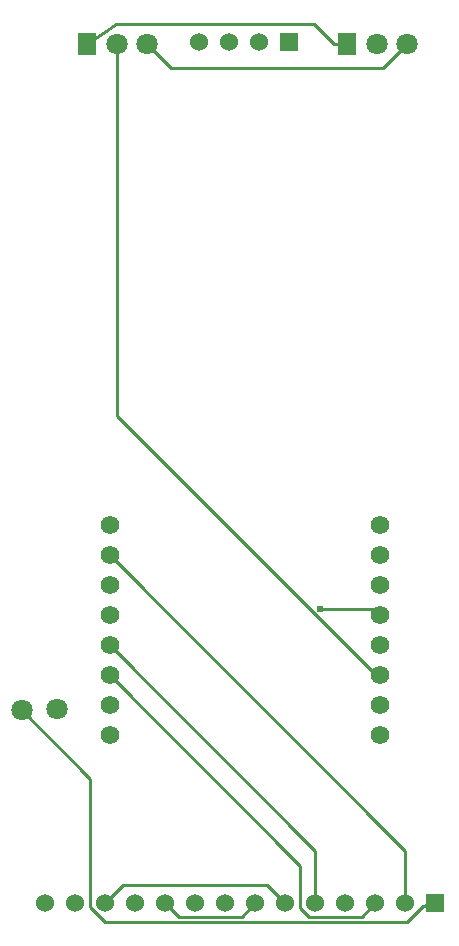
<source format=gbl>
G04 Layer: BottomLayer*
G04 EasyEDA v6.5.22, 2023-04-27 12:34:47*
G04 779951e368854bcf816121ffef92272d,e59a714fa63a4c4d88f0ac6658be742b,10*
G04 Gerber Generator version 0.2*
G04 Scale: 100 percent, Rotated: No, Reflected: No *
G04 Dimensions in millimeters *
G04 leading zeros omitted , absolute positions ,4 integer and 5 decimal *
%FSLAX45Y45*%
%MOMM*%

%AMMACRO1*21,1,$1,$2,0,0,$3*%
%ADD10C,0.2540*%
%ADD11C,1.8000*%
%ADD12MACRO1,1.5748X1.8X0.0000*%
%ADD13MACRO1,1.524X1.524X90.0000*%
%ADD14C,1.5240*%
%ADD15C,1.5750*%
%ADD16C,0.6100*%

%LPD*%
D10*
X3276600Y-7505700D02*
G01*
X3163671Y-7618628D01*
X2718155Y-7618628D01*
X2641600Y-7542072D01*
X2641600Y-7188200D01*
X1028700Y-5575300D01*
X2768600Y-7505700D02*
G01*
X2768600Y-7061200D01*
X1028700Y-5321300D01*
X2806700Y-5012004D02*
G01*
X3259404Y-5012004D01*
X3314700Y-5067300D01*
X1092200Y-228600D02*
G01*
X1092200Y-3384270D01*
X3283229Y-5575300D01*
X3314700Y-5575300D01*
X3035300Y-228600D02*
G01*
X2925800Y-228600D01*
X3530600Y-7505700D02*
G01*
X3530600Y-7061200D01*
X1028700Y-4559300D01*
X281812Y-5870016D02*
G01*
X863600Y-6451803D01*
X863600Y-7538643D01*
X989025Y-7664069D01*
X3546017Y-7664069D01*
X3677640Y-7532446D01*
X3784600Y-7505700D01*
X1346200Y-228600D02*
G01*
X1549400Y-431800D01*
X3340100Y-431800D01*
X3543300Y-228600D01*
X838200Y-228600D02*
G01*
X1085342Y-63500D01*
X2760725Y-63500D01*
X2925825Y-228600D01*
X990600Y-7505700D02*
G01*
X1143000Y-7353300D01*
X2362200Y-7353300D01*
X2514600Y-7505700D01*
X2260600Y-7505700D02*
G01*
X2146300Y-7620000D01*
X1612900Y-7620000D01*
X1498600Y-7505700D01*
D11*
G01*
X3543300Y-228600D03*
G01*
X3289300Y-228600D03*
D12*
G01*
X3035300Y-228600D03*
D11*
G01*
X1346200Y-228600D03*
G01*
X1092200Y-228600D03*
D12*
G01*
X838200Y-228600D03*
D13*
G01*
X3784600Y-7505700D03*
D14*
G01*
X3530600Y-7505700D03*
G01*
X3276600Y-7505700D03*
G01*
X3022600Y-7505700D03*
G01*
X2768600Y-7505700D03*
G01*
X2514600Y-7505700D03*
G01*
X2260600Y-7505700D03*
G01*
X2006600Y-7505700D03*
G01*
X1752600Y-7505700D03*
G01*
X1498600Y-7505700D03*
G01*
X1244600Y-7505700D03*
G01*
X990600Y-7505700D03*
G01*
X736600Y-7505700D03*
G01*
X482600Y-7505700D03*
D13*
G01*
X2547620Y-213385D03*
D14*
G01*
X2293620Y-213360D03*
G01*
X2039620Y-213360D03*
G01*
X1785620Y-213360D03*
D15*
G01*
X3314700Y-6083300D03*
G01*
X1028700Y-4305300D03*
G01*
X1028700Y-4559300D03*
G01*
X1028700Y-4813300D03*
G01*
X1028700Y-5067300D03*
G01*
X1028700Y-5321300D03*
G01*
X1028700Y-5575300D03*
G01*
X1028700Y-5829300D03*
G01*
X1028700Y-6083300D03*
G01*
X3314700Y-4305300D03*
G01*
X3314700Y-4559300D03*
G01*
X3314700Y-4813300D03*
G01*
X3314700Y-5067300D03*
G01*
X3314700Y-5321300D03*
G01*
X3314700Y-5575300D03*
G01*
X3314700Y-5829300D03*
D11*
G01*
X281812Y-5870016D03*
G01*
X581787Y-5864783D03*
D16*
G01*
X2806700Y-5012004D03*
M02*

</source>
